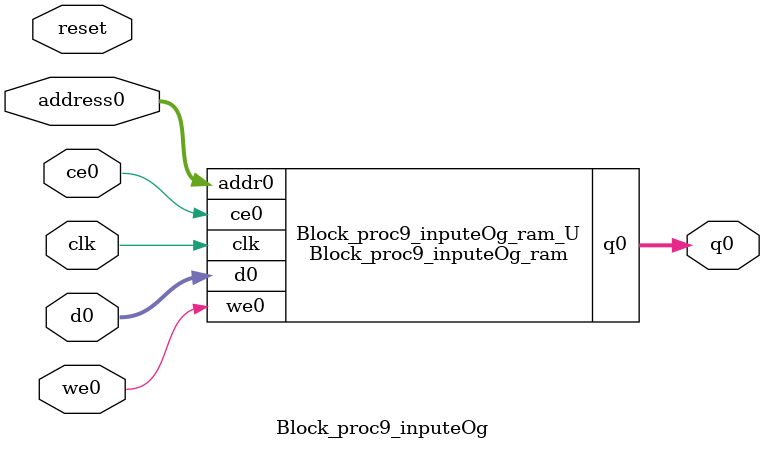
<source format=v>
`timescale 1 ns / 1 ps
module Block_proc9_inputeOg_ram (addr0, ce0, d0, we0, q0,  clk);

parameter DWIDTH = 32;
parameter AWIDTH = 17;
parameter MEM_SIZE = 78400;

input[AWIDTH-1:0] addr0;
input ce0;
input[DWIDTH-1:0] d0;
input we0;
output reg[DWIDTH-1:0] q0;
input clk;

(* ram_style = "block" *)reg [DWIDTH-1:0] ram[0:MEM_SIZE-1];




always @(posedge clk)  
begin 
    if (ce0) 
    begin
        if (we0) 
        begin 
            ram[addr0] <= d0; 
        end 
        q0 <= ram[addr0];
    end
end


endmodule

`timescale 1 ns / 1 ps
module Block_proc9_inputeOg(
    reset,
    clk,
    address0,
    ce0,
    we0,
    d0,
    q0);

parameter DataWidth = 32'd32;
parameter AddressRange = 32'd78400;
parameter AddressWidth = 32'd17;
input reset;
input clk;
input[AddressWidth - 1:0] address0;
input ce0;
input we0;
input[DataWidth - 1:0] d0;
output[DataWidth - 1:0] q0;



Block_proc9_inputeOg_ram Block_proc9_inputeOg_ram_U(
    .clk( clk ),
    .addr0( address0 ),
    .ce0( ce0 ),
    .we0( we0 ),
    .d0( d0 ),
    .q0( q0 ));

endmodule


</source>
